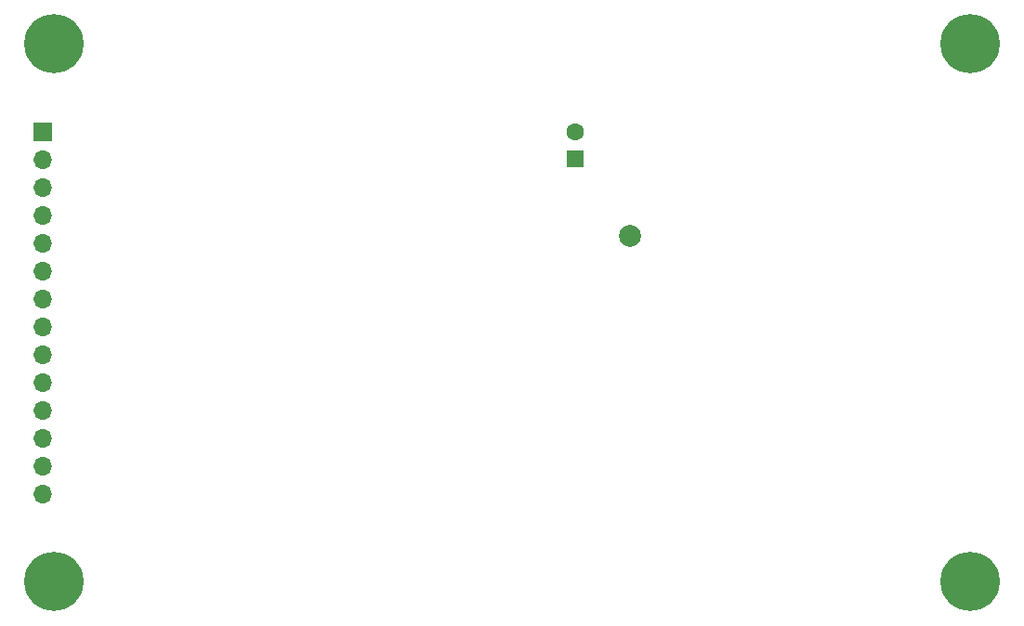
<source format=gbr>
%TF.GenerationSoftware,KiCad,Pcbnew,7.0.7-7.0.7~ubuntu22.04.1*%
%TF.CreationDate,2023-09-11T12:52:56+09:00*%
%TF.ProjectId,3_2LCD,335f324c-4344-42e6-9b69-6361645f7063,rev?*%
%TF.SameCoordinates,Original*%
%TF.FileFunction,Soldermask,Top*%
%TF.FilePolarity,Negative*%
%FSLAX46Y46*%
G04 Gerber Fmt 4.6, Leading zero omitted, Abs format (unit mm)*
G04 Created by KiCad (PCBNEW 7.0.7-7.0.7~ubuntu22.04.1) date 2023-09-11 12:52:56*
%MOMM*%
%LPD*%
G01*
G04 APERTURE LIST*
%ADD10R,1.600000X1.600000*%
%ADD11C,1.600000*%
%ADD12R,1.700000X1.700000*%
%ADD13O,1.700000X1.700000*%
%ADD14C,3.100000*%
%ADD15C,5.400000*%
%ADD16C,2.000000*%
G04 APERTURE END LIST*
D10*
%TO.C,C3*%
X176500000Y-113000000D03*
D11*
X176500000Y-110500000D03*
%TD*%
D12*
%TO.C,J1*%
X128000000Y-110500000D03*
D13*
X128000000Y-113040000D03*
X128000000Y-115580000D03*
X128000000Y-118120000D03*
X128000000Y-120660000D03*
X128000000Y-123200000D03*
X128000000Y-125740000D03*
X128000000Y-128280000D03*
X128000000Y-130820000D03*
X128000000Y-133360000D03*
X128000000Y-135900000D03*
X128000000Y-138440000D03*
X128000000Y-140980000D03*
X128000000Y-143520000D03*
%TD*%
D14*
%TO.C,H1*%
X129000000Y-102500000D03*
D15*
X129000000Y-102500000D03*
%TD*%
D14*
%TO.C,H3*%
X212500000Y-102500000D03*
D15*
X212500000Y-102500000D03*
%TD*%
D14*
%TO.C,H4*%
X212500000Y-151500000D03*
D15*
X212500000Y-151500000D03*
%TD*%
D14*
%TO.C,H2*%
X129000000Y-151500000D03*
D15*
X129000000Y-151500000D03*
%TD*%
D16*
%TO.C,TP1*%
X181500000Y-120000000D03*
%TD*%
M02*

</source>
